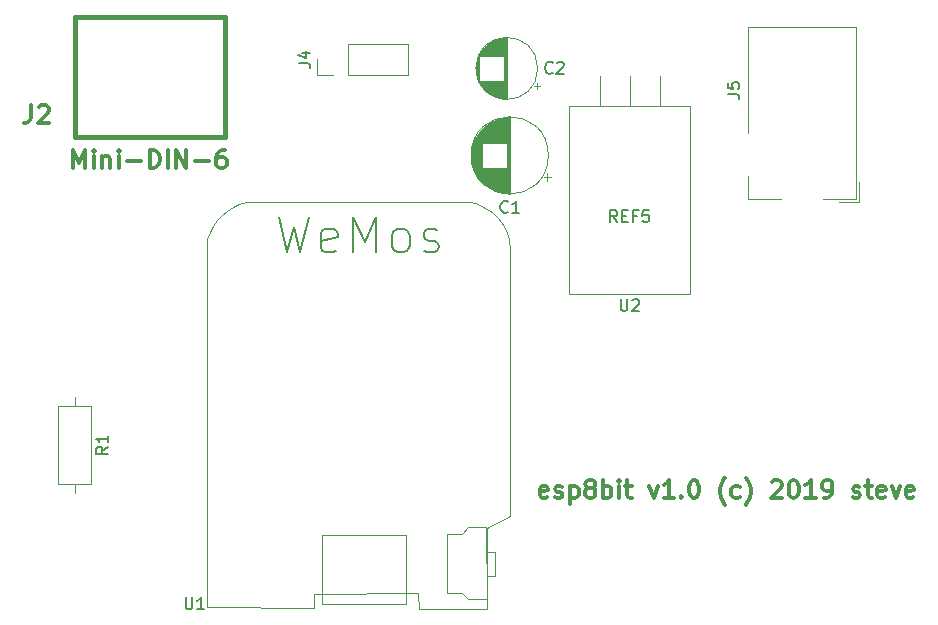
<source format=gto>
G04 #@! TF.GenerationSoftware,KiCad,Pcbnew,5.0.2+dfsg1-1~bpo9+1*
G04 #@! TF.CreationDate,2019-06-18T09:35:30+01:00*
G04 #@! TF.ProjectId,esp8bit,65737038-6269-4742-9e6b-696361645f70,rev?*
G04 #@! TF.SameCoordinates,Original*
G04 #@! TF.FileFunction,Legend,Top*
G04 #@! TF.FilePolarity,Positive*
%FSLAX46Y46*%
G04 Gerber Fmt 4.6, Leading zero omitted, Abs format (unit mm)*
G04 Created by KiCad (PCBNEW 5.0.2+dfsg1-1~bpo9+1) date Tue 18 Jun 2019 09:35:30 IST*
%MOMM*%
%LPD*%
G01*
G04 APERTURE LIST*
%ADD10C,0.300000*%
%ADD11C,0.120000*%
%ADD12C,0.381000*%
%ADD13C,0.100000*%
%ADD14C,0.150000*%
%ADD15C,0.304800*%
G04 APERTURE END LIST*
D10*
X128930714Y-81252142D02*
X128787857Y-81323571D01*
X128502142Y-81323571D01*
X128359285Y-81252142D01*
X128287857Y-81109285D01*
X128287857Y-80537857D01*
X128359285Y-80395000D01*
X128502142Y-80323571D01*
X128787857Y-80323571D01*
X128930714Y-80395000D01*
X129002142Y-80537857D01*
X129002142Y-80680714D01*
X128287857Y-80823571D01*
X129573571Y-81252142D02*
X129716428Y-81323571D01*
X130002142Y-81323571D01*
X130145000Y-81252142D01*
X130216428Y-81109285D01*
X130216428Y-81037857D01*
X130145000Y-80895000D01*
X130002142Y-80823571D01*
X129787857Y-80823571D01*
X129645000Y-80752142D01*
X129573571Y-80609285D01*
X129573571Y-80537857D01*
X129645000Y-80395000D01*
X129787857Y-80323571D01*
X130002142Y-80323571D01*
X130145000Y-80395000D01*
X130859285Y-80323571D02*
X130859285Y-81823571D01*
X130859285Y-80395000D02*
X131002142Y-80323571D01*
X131287857Y-80323571D01*
X131430714Y-80395000D01*
X131502142Y-80466428D01*
X131573571Y-80609285D01*
X131573571Y-81037857D01*
X131502142Y-81180714D01*
X131430714Y-81252142D01*
X131287857Y-81323571D01*
X131002142Y-81323571D01*
X130859285Y-81252142D01*
X132430714Y-80466428D02*
X132287857Y-80395000D01*
X132216428Y-80323571D01*
X132145000Y-80180714D01*
X132145000Y-80109285D01*
X132216428Y-79966428D01*
X132287857Y-79895000D01*
X132430714Y-79823571D01*
X132716428Y-79823571D01*
X132859285Y-79895000D01*
X132930714Y-79966428D01*
X133002142Y-80109285D01*
X133002142Y-80180714D01*
X132930714Y-80323571D01*
X132859285Y-80395000D01*
X132716428Y-80466428D01*
X132430714Y-80466428D01*
X132287857Y-80537857D01*
X132216428Y-80609285D01*
X132145000Y-80752142D01*
X132145000Y-81037857D01*
X132216428Y-81180714D01*
X132287857Y-81252142D01*
X132430714Y-81323571D01*
X132716428Y-81323571D01*
X132859285Y-81252142D01*
X132930714Y-81180714D01*
X133002142Y-81037857D01*
X133002142Y-80752142D01*
X132930714Y-80609285D01*
X132859285Y-80537857D01*
X132716428Y-80466428D01*
X133645000Y-81323571D02*
X133645000Y-79823571D01*
X133645000Y-80395000D02*
X133787857Y-80323571D01*
X134073571Y-80323571D01*
X134216428Y-80395000D01*
X134287857Y-80466428D01*
X134359285Y-80609285D01*
X134359285Y-81037857D01*
X134287857Y-81180714D01*
X134216428Y-81252142D01*
X134073571Y-81323571D01*
X133787857Y-81323571D01*
X133645000Y-81252142D01*
X135002142Y-81323571D02*
X135002142Y-80323571D01*
X135002142Y-79823571D02*
X134930714Y-79895000D01*
X135002142Y-79966428D01*
X135073571Y-79895000D01*
X135002142Y-79823571D01*
X135002142Y-79966428D01*
X135502142Y-80323571D02*
X136073571Y-80323571D01*
X135716428Y-79823571D02*
X135716428Y-81109285D01*
X135787857Y-81252142D01*
X135930714Y-81323571D01*
X136073571Y-81323571D01*
X137573571Y-80323571D02*
X137930714Y-81323571D01*
X138287857Y-80323571D01*
X139645000Y-81323571D02*
X138787857Y-81323571D01*
X139216428Y-81323571D02*
X139216428Y-79823571D01*
X139073571Y-80037857D01*
X138930714Y-80180714D01*
X138787857Y-80252142D01*
X140287857Y-81180714D02*
X140359285Y-81252142D01*
X140287857Y-81323571D01*
X140216428Y-81252142D01*
X140287857Y-81180714D01*
X140287857Y-81323571D01*
X141287857Y-79823571D02*
X141430714Y-79823571D01*
X141573571Y-79895000D01*
X141645000Y-79966428D01*
X141716428Y-80109285D01*
X141787857Y-80395000D01*
X141787857Y-80752142D01*
X141716428Y-81037857D01*
X141645000Y-81180714D01*
X141573571Y-81252142D01*
X141430714Y-81323571D01*
X141287857Y-81323571D01*
X141145000Y-81252142D01*
X141073571Y-81180714D01*
X141002142Y-81037857D01*
X140930714Y-80752142D01*
X140930714Y-80395000D01*
X141002142Y-80109285D01*
X141073571Y-79966428D01*
X141145000Y-79895000D01*
X141287857Y-79823571D01*
X144002142Y-81895000D02*
X143930714Y-81823571D01*
X143787857Y-81609285D01*
X143716428Y-81466428D01*
X143645000Y-81252142D01*
X143573571Y-80895000D01*
X143573571Y-80609285D01*
X143645000Y-80252142D01*
X143716428Y-80037857D01*
X143787857Y-79895000D01*
X143930714Y-79680714D01*
X144002142Y-79609285D01*
X145216428Y-81252142D02*
X145073571Y-81323571D01*
X144787857Y-81323571D01*
X144645000Y-81252142D01*
X144573571Y-81180714D01*
X144502142Y-81037857D01*
X144502142Y-80609285D01*
X144573571Y-80466428D01*
X144645000Y-80395000D01*
X144787857Y-80323571D01*
X145073571Y-80323571D01*
X145216428Y-80395000D01*
X145716428Y-81895000D02*
X145787857Y-81823571D01*
X145930714Y-81609285D01*
X146002142Y-81466428D01*
X146073571Y-81252142D01*
X146145000Y-80895000D01*
X146145000Y-80609285D01*
X146073571Y-80252142D01*
X146002142Y-80037857D01*
X145930714Y-79895000D01*
X145787857Y-79680714D01*
X145716428Y-79609285D01*
X147930714Y-79966428D02*
X148002142Y-79895000D01*
X148145000Y-79823571D01*
X148502142Y-79823571D01*
X148645000Y-79895000D01*
X148716428Y-79966428D01*
X148787857Y-80109285D01*
X148787857Y-80252142D01*
X148716428Y-80466428D01*
X147859285Y-81323571D01*
X148787857Y-81323571D01*
X149716428Y-79823571D02*
X149859285Y-79823571D01*
X150002142Y-79895000D01*
X150073571Y-79966428D01*
X150145000Y-80109285D01*
X150216428Y-80395000D01*
X150216428Y-80752142D01*
X150145000Y-81037857D01*
X150073571Y-81180714D01*
X150002142Y-81252142D01*
X149859285Y-81323571D01*
X149716428Y-81323571D01*
X149573571Y-81252142D01*
X149502142Y-81180714D01*
X149430714Y-81037857D01*
X149359285Y-80752142D01*
X149359285Y-80395000D01*
X149430714Y-80109285D01*
X149502142Y-79966428D01*
X149573571Y-79895000D01*
X149716428Y-79823571D01*
X151645000Y-81323571D02*
X150787857Y-81323571D01*
X151216428Y-81323571D02*
X151216428Y-79823571D01*
X151073571Y-80037857D01*
X150930714Y-80180714D01*
X150787857Y-80252142D01*
X152359285Y-81323571D02*
X152645000Y-81323571D01*
X152787857Y-81252142D01*
X152859285Y-81180714D01*
X153002142Y-80966428D01*
X153073571Y-80680714D01*
X153073571Y-80109285D01*
X153002142Y-79966428D01*
X152930714Y-79895000D01*
X152787857Y-79823571D01*
X152502142Y-79823571D01*
X152359285Y-79895000D01*
X152287857Y-79966428D01*
X152216428Y-80109285D01*
X152216428Y-80466428D01*
X152287857Y-80609285D01*
X152359285Y-80680714D01*
X152502142Y-80752142D01*
X152787857Y-80752142D01*
X152930714Y-80680714D01*
X153002142Y-80609285D01*
X153073571Y-80466428D01*
X154787857Y-81252142D02*
X154930714Y-81323571D01*
X155216428Y-81323571D01*
X155359285Y-81252142D01*
X155430714Y-81109285D01*
X155430714Y-81037857D01*
X155359285Y-80895000D01*
X155216428Y-80823571D01*
X155002142Y-80823571D01*
X154859285Y-80752142D01*
X154787857Y-80609285D01*
X154787857Y-80537857D01*
X154859285Y-80395000D01*
X155002142Y-80323571D01*
X155216428Y-80323571D01*
X155359285Y-80395000D01*
X155859285Y-80323571D02*
X156430714Y-80323571D01*
X156073571Y-79823571D02*
X156073571Y-81109285D01*
X156145000Y-81252142D01*
X156287857Y-81323571D01*
X156430714Y-81323571D01*
X157502142Y-81252142D02*
X157359285Y-81323571D01*
X157073571Y-81323571D01*
X156930714Y-81252142D01*
X156859285Y-81109285D01*
X156859285Y-80537857D01*
X156930714Y-80395000D01*
X157073571Y-80323571D01*
X157359285Y-80323571D01*
X157502142Y-80395000D01*
X157573571Y-80537857D01*
X157573571Y-80680714D01*
X156859285Y-80823571D01*
X158073571Y-80323571D02*
X158430714Y-81323571D01*
X158787857Y-80323571D01*
X159930714Y-81252142D02*
X159787857Y-81323571D01*
X159502142Y-81323571D01*
X159359285Y-81252142D01*
X159287857Y-81109285D01*
X159287857Y-80537857D01*
X159359285Y-80395000D01*
X159502142Y-80323571D01*
X159787857Y-80323571D01*
X159930714Y-80395000D01*
X160002142Y-80537857D01*
X160002142Y-80680714D01*
X159287857Y-80823571D01*
D11*
G04 #@! TO.C,J4*
X109414000Y-45526000D02*
X109414000Y-44196000D01*
X110744000Y-45526000D02*
X109414000Y-45526000D01*
X112014000Y-45526000D02*
X112014000Y-42866000D01*
X112014000Y-42866000D02*
X117154000Y-42866000D01*
X112014000Y-45526000D02*
X117154000Y-45526000D01*
X117154000Y-45526000D02*
X117154000Y-42866000D01*
G04 #@! TO.C,C2*
X128116000Y-44958000D02*
G75*
G03X128116000Y-44958000I-2620000J0D01*
G01*
X125496000Y-47538000D02*
X125496000Y-42378000D01*
X125456000Y-47538000D02*
X125456000Y-42378000D01*
X125416000Y-47537000D02*
X125416000Y-42379000D01*
X125376000Y-47536000D02*
X125376000Y-42380000D01*
X125336000Y-47534000D02*
X125336000Y-42382000D01*
X125296000Y-47531000D02*
X125296000Y-42385000D01*
X125256000Y-47527000D02*
X125256000Y-45998000D01*
X125256000Y-43918000D02*
X125256000Y-42389000D01*
X125216000Y-47523000D02*
X125216000Y-45998000D01*
X125216000Y-43918000D02*
X125216000Y-42393000D01*
X125176000Y-47519000D02*
X125176000Y-45998000D01*
X125176000Y-43918000D02*
X125176000Y-42397000D01*
X125136000Y-47514000D02*
X125136000Y-45998000D01*
X125136000Y-43918000D02*
X125136000Y-42402000D01*
X125096000Y-47508000D02*
X125096000Y-45998000D01*
X125096000Y-43918000D02*
X125096000Y-42408000D01*
X125056000Y-47501000D02*
X125056000Y-45998000D01*
X125056000Y-43918000D02*
X125056000Y-42415000D01*
X125016000Y-47494000D02*
X125016000Y-45998000D01*
X125016000Y-43918000D02*
X125016000Y-42422000D01*
X124976000Y-47486000D02*
X124976000Y-45998000D01*
X124976000Y-43918000D02*
X124976000Y-42430000D01*
X124936000Y-47478000D02*
X124936000Y-45998000D01*
X124936000Y-43918000D02*
X124936000Y-42438000D01*
X124896000Y-47469000D02*
X124896000Y-45998000D01*
X124896000Y-43918000D02*
X124896000Y-42447000D01*
X124856000Y-47459000D02*
X124856000Y-45998000D01*
X124856000Y-43918000D02*
X124856000Y-42457000D01*
X124816000Y-47449000D02*
X124816000Y-45998000D01*
X124816000Y-43918000D02*
X124816000Y-42467000D01*
X124775000Y-47438000D02*
X124775000Y-45998000D01*
X124775000Y-43918000D02*
X124775000Y-42478000D01*
X124735000Y-47426000D02*
X124735000Y-45998000D01*
X124735000Y-43918000D02*
X124735000Y-42490000D01*
X124695000Y-47413000D02*
X124695000Y-45998000D01*
X124695000Y-43918000D02*
X124695000Y-42503000D01*
X124655000Y-47400000D02*
X124655000Y-45998000D01*
X124655000Y-43918000D02*
X124655000Y-42516000D01*
X124615000Y-47386000D02*
X124615000Y-45998000D01*
X124615000Y-43918000D02*
X124615000Y-42530000D01*
X124575000Y-47372000D02*
X124575000Y-45998000D01*
X124575000Y-43918000D02*
X124575000Y-42544000D01*
X124535000Y-47356000D02*
X124535000Y-45998000D01*
X124535000Y-43918000D02*
X124535000Y-42560000D01*
X124495000Y-47340000D02*
X124495000Y-45998000D01*
X124495000Y-43918000D02*
X124495000Y-42576000D01*
X124455000Y-47323000D02*
X124455000Y-45998000D01*
X124455000Y-43918000D02*
X124455000Y-42593000D01*
X124415000Y-47306000D02*
X124415000Y-45998000D01*
X124415000Y-43918000D02*
X124415000Y-42610000D01*
X124375000Y-47287000D02*
X124375000Y-45998000D01*
X124375000Y-43918000D02*
X124375000Y-42629000D01*
X124335000Y-47268000D02*
X124335000Y-45998000D01*
X124335000Y-43918000D02*
X124335000Y-42648000D01*
X124295000Y-47248000D02*
X124295000Y-45998000D01*
X124295000Y-43918000D02*
X124295000Y-42668000D01*
X124255000Y-47226000D02*
X124255000Y-45998000D01*
X124255000Y-43918000D02*
X124255000Y-42690000D01*
X124215000Y-47205000D02*
X124215000Y-45998000D01*
X124215000Y-43918000D02*
X124215000Y-42711000D01*
X124175000Y-47182000D02*
X124175000Y-45998000D01*
X124175000Y-43918000D02*
X124175000Y-42734000D01*
X124135000Y-47158000D02*
X124135000Y-45998000D01*
X124135000Y-43918000D02*
X124135000Y-42758000D01*
X124095000Y-47133000D02*
X124095000Y-45998000D01*
X124095000Y-43918000D02*
X124095000Y-42783000D01*
X124055000Y-47107000D02*
X124055000Y-45998000D01*
X124055000Y-43918000D02*
X124055000Y-42809000D01*
X124015000Y-47080000D02*
X124015000Y-45998000D01*
X124015000Y-43918000D02*
X124015000Y-42836000D01*
X123975000Y-47053000D02*
X123975000Y-45998000D01*
X123975000Y-43918000D02*
X123975000Y-42863000D01*
X123935000Y-47023000D02*
X123935000Y-45998000D01*
X123935000Y-43918000D02*
X123935000Y-42893000D01*
X123895000Y-46993000D02*
X123895000Y-45998000D01*
X123895000Y-43918000D02*
X123895000Y-42923000D01*
X123855000Y-46962000D02*
X123855000Y-45998000D01*
X123855000Y-43918000D02*
X123855000Y-42954000D01*
X123815000Y-46929000D02*
X123815000Y-45998000D01*
X123815000Y-43918000D02*
X123815000Y-42987000D01*
X123775000Y-46895000D02*
X123775000Y-45998000D01*
X123775000Y-43918000D02*
X123775000Y-43021000D01*
X123735000Y-46859000D02*
X123735000Y-45998000D01*
X123735000Y-43918000D02*
X123735000Y-43057000D01*
X123695000Y-46822000D02*
X123695000Y-45998000D01*
X123695000Y-43918000D02*
X123695000Y-43094000D01*
X123655000Y-46784000D02*
X123655000Y-45998000D01*
X123655000Y-43918000D02*
X123655000Y-43132000D01*
X123615000Y-46743000D02*
X123615000Y-45998000D01*
X123615000Y-43918000D02*
X123615000Y-43173000D01*
X123575000Y-46701000D02*
X123575000Y-45998000D01*
X123575000Y-43918000D02*
X123575000Y-43215000D01*
X123535000Y-46657000D02*
X123535000Y-45998000D01*
X123535000Y-43918000D02*
X123535000Y-43259000D01*
X123495000Y-46611000D02*
X123495000Y-45998000D01*
X123495000Y-43918000D02*
X123495000Y-43305000D01*
X123455000Y-46563000D02*
X123455000Y-45998000D01*
X123455000Y-43918000D02*
X123455000Y-43353000D01*
X123415000Y-46512000D02*
X123415000Y-45998000D01*
X123415000Y-43918000D02*
X123415000Y-43404000D01*
X123375000Y-46458000D02*
X123375000Y-45998000D01*
X123375000Y-43918000D02*
X123375000Y-43458000D01*
X123335000Y-46401000D02*
X123335000Y-45998000D01*
X123335000Y-43918000D02*
X123335000Y-43515000D01*
X123295000Y-46341000D02*
X123295000Y-45998000D01*
X123295000Y-43918000D02*
X123295000Y-43575000D01*
X123255000Y-46277000D02*
X123255000Y-45998000D01*
X123255000Y-43918000D02*
X123255000Y-43639000D01*
X123215000Y-46209000D02*
X123215000Y-45998000D01*
X123215000Y-43918000D02*
X123215000Y-43707000D01*
X123175000Y-46136000D02*
X123175000Y-43780000D01*
X123135000Y-46056000D02*
X123135000Y-43860000D01*
X123095000Y-45969000D02*
X123095000Y-43947000D01*
X123055000Y-45873000D02*
X123055000Y-44043000D01*
X123015000Y-45763000D02*
X123015000Y-44153000D01*
X122975000Y-45635000D02*
X122975000Y-44281000D01*
X122935000Y-45476000D02*
X122935000Y-44440000D01*
X122895000Y-45242000D02*
X122895000Y-44674000D01*
X128300775Y-46433000D02*
X127800775Y-46433000D01*
X128050775Y-46683000D02*
X128050775Y-46183000D01*
G04 #@! TO.C,C1*
X129020000Y-52324000D02*
G75*
G03X129020000Y-52324000I-3270000J0D01*
G01*
X125750000Y-55554000D02*
X125750000Y-49094000D01*
X125710000Y-55554000D02*
X125710000Y-49094000D01*
X125670000Y-55554000D02*
X125670000Y-49094000D01*
X125630000Y-55552000D02*
X125630000Y-49096000D01*
X125590000Y-55551000D02*
X125590000Y-49097000D01*
X125550000Y-55548000D02*
X125550000Y-49100000D01*
X125510000Y-55546000D02*
X125510000Y-53364000D01*
X125510000Y-51284000D02*
X125510000Y-49102000D01*
X125470000Y-55542000D02*
X125470000Y-53364000D01*
X125470000Y-51284000D02*
X125470000Y-49106000D01*
X125430000Y-55539000D02*
X125430000Y-53364000D01*
X125430000Y-51284000D02*
X125430000Y-49109000D01*
X125390000Y-55535000D02*
X125390000Y-53364000D01*
X125390000Y-51284000D02*
X125390000Y-49113000D01*
X125350000Y-55530000D02*
X125350000Y-53364000D01*
X125350000Y-51284000D02*
X125350000Y-49118000D01*
X125310000Y-55525000D02*
X125310000Y-53364000D01*
X125310000Y-51284000D02*
X125310000Y-49123000D01*
X125270000Y-55519000D02*
X125270000Y-53364000D01*
X125270000Y-51284000D02*
X125270000Y-49129000D01*
X125230000Y-55513000D02*
X125230000Y-53364000D01*
X125230000Y-51284000D02*
X125230000Y-49135000D01*
X125190000Y-55506000D02*
X125190000Y-53364000D01*
X125190000Y-51284000D02*
X125190000Y-49142000D01*
X125150000Y-55499000D02*
X125150000Y-53364000D01*
X125150000Y-51284000D02*
X125150000Y-49149000D01*
X125110000Y-55491000D02*
X125110000Y-53364000D01*
X125110000Y-51284000D02*
X125110000Y-49157000D01*
X125070000Y-55483000D02*
X125070000Y-53364000D01*
X125070000Y-51284000D02*
X125070000Y-49165000D01*
X125029000Y-55474000D02*
X125029000Y-53364000D01*
X125029000Y-51284000D02*
X125029000Y-49174000D01*
X124989000Y-55465000D02*
X124989000Y-53364000D01*
X124989000Y-51284000D02*
X124989000Y-49183000D01*
X124949000Y-55455000D02*
X124949000Y-53364000D01*
X124949000Y-51284000D02*
X124949000Y-49193000D01*
X124909000Y-55445000D02*
X124909000Y-53364000D01*
X124909000Y-51284000D02*
X124909000Y-49203000D01*
X124869000Y-55434000D02*
X124869000Y-53364000D01*
X124869000Y-51284000D02*
X124869000Y-49214000D01*
X124829000Y-55422000D02*
X124829000Y-53364000D01*
X124829000Y-51284000D02*
X124829000Y-49226000D01*
X124789000Y-55410000D02*
X124789000Y-53364000D01*
X124789000Y-51284000D02*
X124789000Y-49238000D01*
X124749000Y-55398000D02*
X124749000Y-53364000D01*
X124749000Y-51284000D02*
X124749000Y-49250000D01*
X124709000Y-55385000D02*
X124709000Y-53364000D01*
X124709000Y-51284000D02*
X124709000Y-49263000D01*
X124669000Y-55371000D02*
X124669000Y-53364000D01*
X124669000Y-51284000D02*
X124669000Y-49277000D01*
X124629000Y-55357000D02*
X124629000Y-53364000D01*
X124629000Y-51284000D02*
X124629000Y-49291000D01*
X124589000Y-55342000D02*
X124589000Y-53364000D01*
X124589000Y-51284000D02*
X124589000Y-49306000D01*
X124549000Y-55326000D02*
X124549000Y-53364000D01*
X124549000Y-51284000D02*
X124549000Y-49322000D01*
X124509000Y-55310000D02*
X124509000Y-53364000D01*
X124509000Y-51284000D02*
X124509000Y-49338000D01*
X124469000Y-55294000D02*
X124469000Y-53364000D01*
X124469000Y-51284000D02*
X124469000Y-49354000D01*
X124429000Y-55276000D02*
X124429000Y-53364000D01*
X124429000Y-51284000D02*
X124429000Y-49372000D01*
X124389000Y-55258000D02*
X124389000Y-53364000D01*
X124389000Y-51284000D02*
X124389000Y-49390000D01*
X124349000Y-55240000D02*
X124349000Y-53364000D01*
X124349000Y-51284000D02*
X124349000Y-49408000D01*
X124309000Y-55220000D02*
X124309000Y-53364000D01*
X124309000Y-51284000D02*
X124309000Y-49428000D01*
X124269000Y-55200000D02*
X124269000Y-53364000D01*
X124269000Y-51284000D02*
X124269000Y-49448000D01*
X124229000Y-55180000D02*
X124229000Y-53364000D01*
X124229000Y-51284000D02*
X124229000Y-49468000D01*
X124189000Y-55158000D02*
X124189000Y-53364000D01*
X124189000Y-51284000D02*
X124189000Y-49490000D01*
X124149000Y-55136000D02*
X124149000Y-53364000D01*
X124149000Y-51284000D02*
X124149000Y-49512000D01*
X124109000Y-55114000D02*
X124109000Y-53364000D01*
X124109000Y-51284000D02*
X124109000Y-49534000D01*
X124069000Y-55090000D02*
X124069000Y-53364000D01*
X124069000Y-51284000D02*
X124069000Y-49558000D01*
X124029000Y-55066000D02*
X124029000Y-53364000D01*
X124029000Y-51284000D02*
X124029000Y-49582000D01*
X123989000Y-55040000D02*
X123989000Y-53364000D01*
X123989000Y-51284000D02*
X123989000Y-49608000D01*
X123949000Y-55014000D02*
X123949000Y-53364000D01*
X123949000Y-51284000D02*
X123949000Y-49634000D01*
X123909000Y-54988000D02*
X123909000Y-53364000D01*
X123909000Y-51284000D02*
X123909000Y-49660000D01*
X123869000Y-54960000D02*
X123869000Y-53364000D01*
X123869000Y-51284000D02*
X123869000Y-49688000D01*
X123829000Y-54931000D02*
X123829000Y-53364000D01*
X123829000Y-51284000D02*
X123829000Y-49717000D01*
X123789000Y-54902000D02*
X123789000Y-53364000D01*
X123789000Y-51284000D02*
X123789000Y-49746000D01*
X123749000Y-54872000D02*
X123749000Y-53364000D01*
X123749000Y-51284000D02*
X123749000Y-49776000D01*
X123709000Y-54840000D02*
X123709000Y-53364000D01*
X123709000Y-51284000D02*
X123709000Y-49808000D01*
X123669000Y-54808000D02*
X123669000Y-53364000D01*
X123669000Y-51284000D02*
X123669000Y-49840000D01*
X123629000Y-54774000D02*
X123629000Y-53364000D01*
X123629000Y-51284000D02*
X123629000Y-49874000D01*
X123589000Y-54740000D02*
X123589000Y-53364000D01*
X123589000Y-51284000D02*
X123589000Y-49908000D01*
X123549000Y-54704000D02*
X123549000Y-53364000D01*
X123549000Y-51284000D02*
X123549000Y-49944000D01*
X123509000Y-54667000D02*
X123509000Y-53364000D01*
X123509000Y-51284000D02*
X123509000Y-49981000D01*
X123469000Y-54629000D02*
X123469000Y-53364000D01*
X123469000Y-51284000D02*
X123469000Y-50019000D01*
X123429000Y-54589000D02*
X123429000Y-50059000D01*
X123389000Y-54548000D02*
X123389000Y-50100000D01*
X123349000Y-54506000D02*
X123349000Y-50142000D01*
X123309000Y-54461000D02*
X123309000Y-50187000D01*
X123269000Y-54416000D02*
X123269000Y-50232000D01*
X123229000Y-54368000D02*
X123229000Y-50280000D01*
X123189000Y-54319000D02*
X123189000Y-50329000D01*
X123149000Y-54268000D02*
X123149000Y-50380000D01*
X123109000Y-54214000D02*
X123109000Y-50434000D01*
X123069000Y-54158000D02*
X123069000Y-50490000D01*
X123029000Y-54100000D02*
X123029000Y-50548000D01*
X122989000Y-54038000D02*
X122989000Y-50610000D01*
X122949000Y-53974000D02*
X122949000Y-50674000D01*
X122909000Y-53905000D02*
X122909000Y-50743000D01*
X122869000Y-53833000D02*
X122869000Y-50815000D01*
X122829000Y-53756000D02*
X122829000Y-50892000D01*
X122789000Y-53674000D02*
X122789000Y-50974000D01*
X122749000Y-53586000D02*
X122749000Y-51062000D01*
X122709000Y-53489000D02*
X122709000Y-51159000D01*
X122669000Y-53383000D02*
X122669000Y-51265000D01*
X122629000Y-53264000D02*
X122629000Y-51384000D01*
X122589000Y-53126000D02*
X122589000Y-51522000D01*
X122549000Y-52957000D02*
X122549000Y-51691000D01*
X122509000Y-52726000D02*
X122509000Y-51922000D01*
X129250241Y-54163000D02*
X128620241Y-54163000D01*
X128935241Y-54478000D02*
X128935241Y-53848000D01*
G04 #@! TO.C,J5*
X145895000Y-50445000D02*
X145895000Y-41445000D01*
X145895000Y-41445000D02*
X155095000Y-41445000D01*
X155095000Y-41445000D02*
X155095000Y-56045000D01*
X155095000Y-56045000D02*
X152295000Y-56045000D01*
X148695000Y-56045000D02*
X145895000Y-56045000D01*
X145895000Y-56045000D02*
X145895000Y-54045000D01*
X155335000Y-54545000D02*
X155335000Y-56285000D01*
X155335000Y-56285000D02*
X153595000Y-56285000D01*
G04 #@! TO.C,U2*
X141010000Y-48140000D02*
X130770000Y-48140000D01*
X141010000Y-64030000D02*
X130770000Y-64030000D01*
X141010000Y-64030000D02*
X141010000Y-48140000D01*
X130770000Y-64030000D02*
X130770000Y-48140000D01*
X138430000Y-48140000D02*
X138430000Y-45600000D01*
X135890000Y-48140000D02*
X135890000Y-45600000D01*
X133350000Y-48140000D02*
X133350000Y-45600000D01*
G04 #@! TO.C,R1*
X90270000Y-73565000D02*
X87530000Y-73565000D01*
X87530000Y-73565000D02*
X87530000Y-80105000D01*
X87530000Y-80105000D02*
X90270000Y-80105000D01*
X90270000Y-80105000D02*
X90270000Y-73565000D01*
X88900000Y-72795000D02*
X88900000Y-73565000D01*
X88900000Y-80875000D02*
X88900000Y-80105000D01*
D12*
G04 #@! TO.C,J2*
X101600000Y-40640000D02*
X101600000Y-44450000D01*
X88900000Y-40640000D02*
X101600000Y-40640000D01*
X88900000Y-50800000D02*
X88900000Y-40640000D01*
X101600000Y-50800000D02*
X88900000Y-50800000D01*
X101600000Y-44450000D02*
X101600000Y-50800000D01*
D13*
G04 #@! TO.C,U1*
X124461517Y-87898932D02*
X123844156Y-87898932D01*
X124461517Y-85905738D02*
X124461517Y-87898932D01*
X123808878Y-85905738D02*
X124461517Y-85905738D01*
X123826517Y-89909765D02*
X123773600Y-83824349D01*
X122256656Y-89909765D02*
X123826517Y-89909765D01*
X121727489Y-89415876D02*
X122256656Y-89909765D01*
X120439850Y-89415876D02*
X121727489Y-89415876D01*
X120439850Y-84353515D02*
X120439850Y-89415876D01*
X121692211Y-84353515D02*
X120439850Y-84353515D01*
X122221378Y-83824349D02*
X121692211Y-84353515D01*
X123773600Y-83824349D02*
X122221378Y-83824349D01*
X109850350Y-90287188D02*
X109850350Y-84473451D01*
X116989931Y-90287188D02*
X109850350Y-90287188D01*
X116989931Y-84473451D02*
X116989931Y-90287188D01*
X109850350Y-84473451D02*
X116989931Y-84473451D01*
X123862480Y-83846181D02*
X123832686Y-90654524D01*
X125806026Y-82885285D02*
X123862480Y-83846181D01*
X125781078Y-60330193D02*
X125806026Y-82885285D01*
X125665482Y-59437425D02*
X125781078Y-60330193D01*
X125437122Y-58682387D02*
X125665482Y-59437425D01*
X125109595Y-58050540D02*
X125437122Y-58682387D01*
X124696503Y-57527342D02*
X125109595Y-58050540D01*
X124211445Y-57098257D02*
X124696503Y-57527342D01*
X123668018Y-56748742D02*
X124211445Y-57098257D01*
X123079824Y-56464259D02*
X123668018Y-56748742D01*
X122460460Y-56230266D02*
X123079824Y-56464259D01*
X103422547Y-56259024D02*
X122460460Y-56230266D01*
X102824750Y-56444690D02*
X103422547Y-56259024D01*
X102280560Y-56691623D02*
X102824750Y-56444690D01*
X101789488Y-56999259D02*
X102280560Y-56691623D01*
X101351047Y-57367048D02*
X101789488Y-56999259D01*
X100964747Y-57794423D02*
X101351047Y-57367048D01*
X100630099Y-58280833D02*
X100964747Y-57794423D01*
X100346616Y-58825714D02*
X100630099Y-58280833D01*
X100113805Y-59428507D02*
X100346616Y-58825714D01*
X100099807Y-90598658D02*
X100113805Y-59428507D01*
X109180603Y-90624736D02*
X100099807Y-90598658D01*
X109178627Y-89422483D02*
X109180603Y-90624736D01*
X118009849Y-89415795D02*
X109178627Y-89422483D01*
X118036180Y-90699228D02*
X118009849Y-89415795D01*
X123847472Y-90699228D02*
X118036180Y-90699228D01*
G04 #@! TO.C,J4*
D14*
X107866380Y-44529333D02*
X108580666Y-44529333D01*
X108723523Y-44576952D01*
X108818761Y-44672190D01*
X108866380Y-44815047D01*
X108866380Y-44910285D01*
X108199714Y-43624571D02*
X108866380Y-43624571D01*
X107818761Y-43862666D02*
X108533047Y-44100761D01*
X108533047Y-43481714D01*
G04 #@! TO.C,C2*
X129373333Y-45315142D02*
X129325714Y-45362761D01*
X129182857Y-45410380D01*
X129087619Y-45410380D01*
X128944761Y-45362761D01*
X128849523Y-45267523D01*
X128801904Y-45172285D01*
X128754285Y-44981809D01*
X128754285Y-44838952D01*
X128801904Y-44648476D01*
X128849523Y-44553238D01*
X128944761Y-44458000D01*
X129087619Y-44410380D01*
X129182857Y-44410380D01*
X129325714Y-44458000D01*
X129373333Y-44505619D01*
X129754285Y-44505619D02*
X129801904Y-44458000D01*
X129897142Y-44410380D01*
X130135238Y-44410380D01*
X130230476Y-44458000D01*
X130278095Y-44505619D01*
X130325714Y-44600857D01*
X130325714Y-44696095D01*
X130278095Y-44838952D01*
X129706666Y-45410380D01*
X130325714Y-45410380D01*
G04 #@! TO.C,C1*
X125583333Y-57081142D02*
X125535714Y-57128761D01*
X125392857Y-57176380D01*
X125297619Y-57176380D01*
X125154761Y-57128761D01*
X125059523Y-57033523D01*
X125011904Y-56938285D01*
X124964285Y-56747809D01*
X124964285Y-56604952D01*
X125011904Y-56414476D01*
X125059523Y-56319238D01*
X125154761Y-56224000D01*
X125297619Y-56176380D01*
X125392857Y-56176380D01*
X125535714Y-56224000D01*
X125583333Y-56271619D01*
X126535714Y-57176380D02*
X125964285Y-57176380D01*
X126250000Y-57176380D02*
X126250000Y-56176380D01*
X126154761Y-56319238D01*
X126059523Y-56414476D01*
X125964285Y-56462095D01*
G04 #@! TO.C,J5*
X144197380Y-47128333D02*
X144911666Y-47128333D01*
X145054523Y-47175952D01*
X145149761Y-47271190D01*
X145197380Y-47414047D01*
X145197380Y-47509285D01*
X144197380Y-46175952D02*
X144197380Y-46652142D01*
X144673571Y-46699761D01*
X144625952Y-46652142D01*
X144578333Y-46556904D01*
X144578333Y-46318809D01*
X144625952Y-46223571D01*
X144673571Y-46175952D01*
X144768809Y-46128333D01*
X145006904Y-46128333D01*
X145102142Y-46175952D01*
X145149761Y-46223571D01*
X145197380Y-46318809D01*
X145197380Y-46556904D01*
X145149761Y-46652142D01*
X145102142Y-46699761D01*
G04 #@! TO.C,U2*
X135128095Y-64482380D02*
X135128095Y-65291904D01*
X135175714Y-65387142D01*
X135223333Y-65434761D01*
X135318571Y-65482380D01*
X135509047Y-65482380D01*
X135604285Y-65434761D01*
X135651904Y-65387142D01*
X135699523Y-65291904D01*
X135699523Y-64482380D01*
X136128095Y-64577619D02*
X136175714Y-64530000D01*
X136270952Y-64482380D01*
X136509047Y-64482380D01*
X136604285Y-64530000D01*
X136651904Y-64577619D01*
X136699523Y-64672857D01*
X136699523Y-64768095D01*
X136651904Y-64910952D01*
X136080476Y-65482380D01*
X136699523Y-65482380D01*
G04 #@! TO.C,R1*
X91722380Y-77001666D02*
X91246190Y-77335000D01*
X91722380Y-77573095D02*
X90722380Y-77573095D01*
X90722380Y-77192142D01*
X90770000Y-77096904D01*
X90817619Y-77049285D01*
X90912857Y-77001666D01*
X91055714Y-77001666D01*
X91150952Y-77049285D01*
X91198571Y-77096904D01*
X91246190Y-77192142D01*
X91246190Y-77573095D01*
X91722380Y-76049285D02*
X91722380Y-76620714D01*
X91722380Y-76335000D02*
X90722380Y-76335000D01*
X90865238Y-76430238D01*
X90960476Y-76525476D01*
X91008095Y-76620714D01*
G04 #@! TO.C,J2*
D15*
X85217000Y-48060428D02*
X85217000Y-49149000D01*
X85144428Y-49366714D01*
X84999285Y-49511857D01*
X84781571Y-49584428D01*
X84636428Y-49584428D01*
X85870142Y-48205571D02*
X85942714Y-48133000D01*
X86087857Y-48060428D01*
X86450714Y-48060428D01*
X86595857Y-48133000D01*
X86668428Y-48205571D01*
X86741000Y-48350714D01*
X86741000Y-48495857D01*
X86668428Y-48713571D01*
X85797571Y-49584428D01*
X86741000Y-49584428D01*
X88791142Y-53394428D02*
X88791142Y-51870428D01*
X89299142Y-52959000D01*
X89807142Y-51870428D01*
X89807142Y-53394428D01*
X90532857Y-53394428D02*
X90532857Y-52378428D01*
X90532857Y-51870428D02*
X90460285Y-51943000D01*
X90532857Y-52015571D01*
X90605428Y-51943000D01*
X90532857Y-51870428D01*
X90532857Y-52015571D01*
X91258571Y-52378428D02*
X91258571Y-53394428D01*
X91258571Y-52523571D02*
X91331142Y-52451000D01*
X91476285Y-52378428D01*
X91694000Y-52378428D01*
X91839142Y-52451000D01*
X91911714Y-52596142D01*
X91911714Y-53394428D01*
X92637428Y-53394428D02*
X92637428Y-52378428D01*
X92637428Y-51870428D02*
X92564857Y-51943000D01*
X92637428Y-52015571D01*
X92710000Y-51943000D01*
X92637428Y-51870428D01*
X92637428Y-52015571D01*
X93363142Y-52813857D02*
X94524285Y-52813857D01*
X95250000Y-53394428D02*
X95250000Y-51870428D01*
X95612857Y-51870428D01*
X95830571Y-51943000D01*
X95975714Y-52088142D01*
X96048285Y-52233285D01*
X96120857Y-52523571D01*
X96120857Y-52741285D01*
X96048285Y-53031571D01*
X95975714Y-53176714D01*
X95830571Y-53321857D01*
X95612857Y-53394428D01*
X95250000Y-53394428D01*
X96774000Y-53394428D02*
X96774000Y-51870428D01*
X97499714Y-53394428D02*
X97499714Y-51870428D01*
X98370571Y-53394428D01*
X98370571Y-51870428D01*
X99096285Y-52813857D02*
X100257428Y-52813857D01*
X101636285Y-51870428D02*
X101346000Y-51870428D01*
X101200857Y-51943000D01*
X101128285Y-52015571D01*
X100983142Y-52233285D01*
X100910571Y-52523571D01*
X100910571Y-53104142D01*
X100983142Y-53249285D01*
X101055714Y-53321857D01*
X101200857Y-53394428D01*
X101491142Y-53394428D01*
X101636285Y-53321857D01*
X101708857Y-53249285D01*
X101781428Y-53104142D01*
X101781428Y-52741285D01*
X101708857Y-52596142D01*
X101636285Y-52523571D01*
X101491142Y-52451000D01*
X101200857Y-52451000D01*
X101055714Y-52523571D01*
X100983142Y-52596142D01*
X100910571Y-52741285D01*
G04 #@! TO.C,U1*
D14*
X98298095Y-89749380D02*
X98298095Y-90558904D01*
X98345714Y-90654142D01*
X98393333Y-90701761D01*
X98488571Y-90749380D01*
X98679047Y-90749380D01*
X98774285Y-90701761D01*
X98821904Y-90654142D01*
X98869523Y-90558904D01*
X98869523Y-89749380D01*
X99869523Y-90749380D02*
X99298095Y-90749380D01*
X99583809Y-90749380D02*
X99583809Y-89749380D01*
X99488571Y-89892238D01*
X99393333Y-89987476D01*
X99298095Y-90035095D01*
X106172857Y-57539142D02*
X106887142Y-60539142D01*
X107458571Y-58396285D01*
X108030000Y-60539142D01*
X108744285Y-57539142D01*
X111030000Y-60396285D02*
X110744285Y-60539142D01*
X110172857Y-60539142D01*
X109887142Y-60396285D01*
X109744285Y-60110571D01*
X109744285Y-58967714D01*
X109887142Y-58682000D01*
X110172857Y-58539142D01*
X110744285Y-58539142D01*
X111030000Y-58682000D01*
X111172857Y-58967714D01*
X111172857Y-59253428D01*
X109744285Y-59539142D01*
X112458571Y-60539142D02*
X112458571Y-57539142D01*
X113458571Y-59682000D01*
X114458571Y-57539142D01*
X114458571Y-60539142D01*
X116315714Y-60539142D02*
X116030000Y-60396285D01*
X115887142Y-60253428D01*
X115744285Y-59967714D01*
X115744285Y-59110571D01*
X115887142Y-58824857D01*
X116030000Y-58682000D01*
X116315714Y-58539142D01*
X116744285Y-58539142D01*
X117030000Y-58682000D01*
X117172857Y-58824857D01*
X117315714Y-59110571D01*
X117315714Y-59967714D01*
X117172857Y-60253428D01*
X117030000Y-60396285D01*
X116744285Y-60539142D01*
X116315714Y-60539142D01*
X118458571Y-60396285D02*
X118744285Y-60539142D01*
X119315714Y-60539142D01*
X119601428Y-60396285D01*
X119744285Y-60110571D01*
X119744285Y-59967714D01*
X119601428Y-59682000D01*
X119315714Y-59539142D01*
X118887142Y-59539142D01*
X118601428Y-59396285D01*
X118458571Y-59110571D01*
X118458571Y-58967714D01*
X118601428Y-58682000D01*
X118887142Y-58539142D01*
X119315714Y-58539142D01*
X119601428Y-58682000D01*
G04 #@! TO.C,REF5*
X134842380Y-57966380D02*
X134509047Y-57490190D01*
X134270952Y-57966380D02*
X134270952Y-56966380D01*
X134651904Y-56966380D01*
X134747142Y-57014000D01*
X134794761Y-57061619D01*
X134842380Y-57156857D01*
X134842380Y-57299714D01*
X134794761Y-57394952D01*
X134747142Y-57442571D01*
X134651904Y-57490190D01*
X134270952Y-57490190D01*
X135270952Y-57442571D02*
X135604285Y-57442571D01*
X135747142Y-57966380D02*
X135270952Y-57966380D01*
X135270952Y-56966380D01*
X135747142Y-56966380D01*
X136509047Y-57442571D02*
X136175714Y-57442571D01*
X136175714Y-57966380D02*
X136175714Y-56966380D01*
X136651904Y-56966380D01*
X137509047Y-56966380D02*
X137032857Y-56966380D01*
X136985238Y-57442571D01*
X137032857Y-57394952D01*
X137128095Y-57347333D01*
X137366190Y-57347333D01*
X137461428Y-57394952D01*
X137509047Y-57442571D01*
X137556666Y-57537809D01*
X137556666Y-57775904D01*
X137509047Y-57871142D01*
X137461428Y-57918761D01*
X137366190Y-57966380D01*
X137128095Y-57966380D01*
X137032857Y-57918761D01*
X136985238Y-57871142D01*
G04 #@! TD*
M02*

</source>
